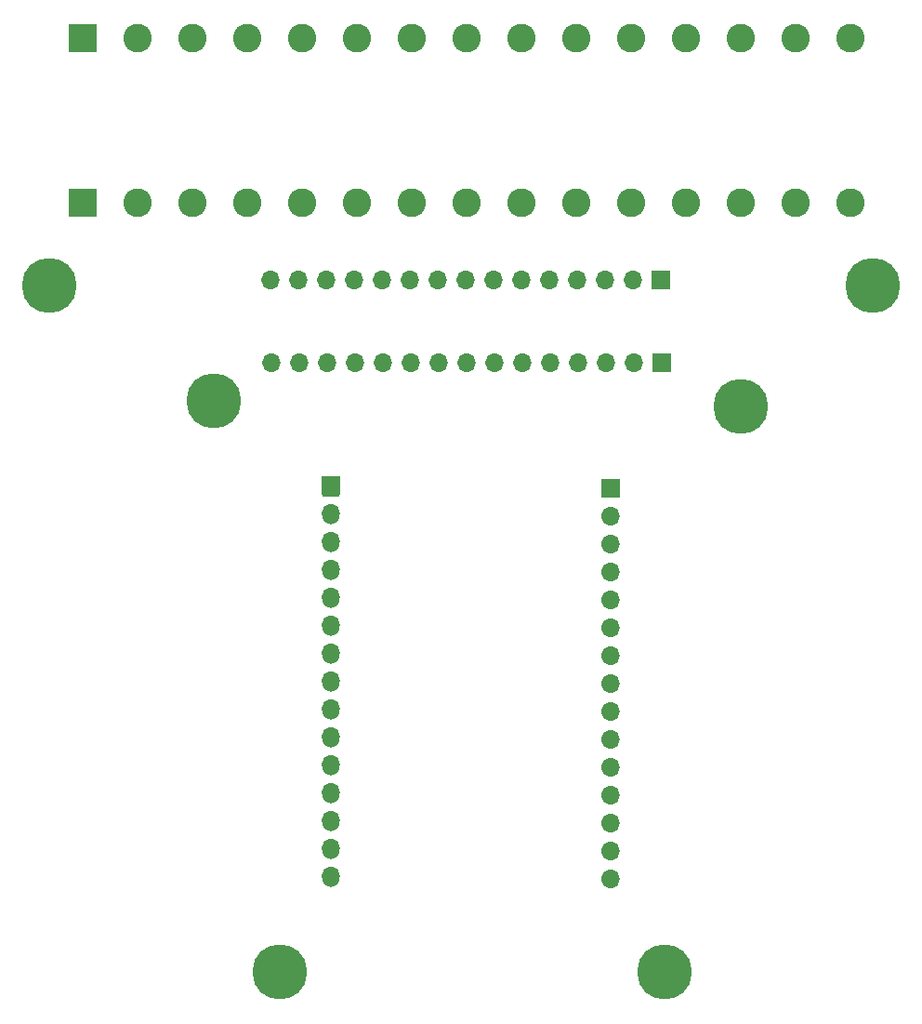
<source format=gbr>
%TF.GenerationSoftware,KiCad,Pcbnew,8.0.5*%
%TF.CreationDate,2025-02-15T20:25:57+11:00*%
%TF.ProjectId,hello_world,68656c6c-6f5f-4776-9f72-6c642e6b6963,1*%
%TF.SameCoordinates,Original*%
%TF.FileFunction,Soldermask,Bot*%
%TF.FilePolarity,Negative*%
%FSLAX46Y46*%
G04 Gerber Fmt 4.6, Leading zero omitted, Abs format (unit mm)*
G04 Created by KiCad (PCBNEW 8.0.5) date 2025-02-15 20:25:57*
%MOMM*%
%LPD*%
G01*
G04 APERTURE LIST*
%ADD10R,1.700000X1.700000*%
%ADD11O,1.700000X1.700000*%
%ADD12C,0.800000*%
%ADD13C,5.000000*%
%ADD14R,2.600000X2.600000*%
%ADD15C,2.600000*%
%ADD16R,1.524000X1.524000*%
%ADD17C,1.524000*%
G04 APERTURE END LIST*
D10*
%TO.C,J1*%
X136139095Y-115720093D03*
D11*
X136139095Y-118260093D03*
X136139095Y-120800093D03*
X136139095Y-123340093D03*
X136139095Y-125880093D03*
X136139095Y-128420093D03*
X136139095Y-130960093D03*
X136139095Y-133500093D03*
X136139095Y-136040093D03*
X136139095Y-138580093D03*
X136139095Y-141120093D03*
X136139095Y-143660093D03*
X136139095Y-146200093D03*
X136139095Y-148740093D03*
X136139095Y-151280093D03*
%TD*%
D10*
%TO.C,J2*%
X161639095Y-115920093D03*
D11*
X161639095Y-118460093D03*
X161639095Y-121000093D03*
X161639095Y-123540093D03*
X161639095Y-126080093D03*
X161639095Y-128620093D03*
X161639095Y-131160093D03*
X161639095Y-133700093D03*
X161639095Y-136240093D03*
X161639095Y-138780093D03*
X161639095Y-141320093D03*
X161639095Y-143860093D03*
X161639095Y-146400093D03*
X161639095Y-148940093D03*
X161639095Y-151480093D03*
%TD*%
D12*
%TO.C,REF\u002A\u002A*%
X164625000Y-160000000D03*
X165174175Y-158674175D03*
X165174175Y-161325825D03*
X166500000Y-158125000D03*
D13*
X166500000Y-160000000D03*
D12*
X166500000Y-161875000D03*
X167825825Y-158674175D03*
X167825825Y-161325825D03*
X168375000Y-160000000D03*
%TD*%
D10*
%TO.C,J3*%
X166160000Y-97000000D03*
D11*
X163620000Y-97000000D03*
X161080000Y-97000000D03*
X158540000Y-97000000D03*
X156000000Y-97000000D03*
X153460000Y-97000000D03*
X150920000Y-97000000D03*
X148380000Y-97000000D03*
X145840000Y-97000000D03*
X143300000Y-97000000D03*
X140760000Y-97000000D03*
X138220000Y-97000000D03*
X135680000Y-97000000D03*
X133140000Y-97000000D03*
X130600000Y-97000000D03*
%TD*%
D12*
%TO.C,REF\u002A\u002A*%
X171625000Y-108500000D03*
X172174175Y-107174175D03*
X172174175Y-109825825D03*
X173500000Y-106625000D03*
D13*
X173500000Y-108500000D03*
D12*
X173500000Y-110375000D03*
X174825825Y-107174175D03*
X174825825Y-109825825D03*
X175375000Y-108500000D03*
%TD*%
D14*
%TO.C,screwBottom1*%
X113500000Y-90000000D03*
D15*
X118500000Y-90000000D03*
X123500000Y-90000000D03*
X128500000Y-90000000D03*
X133500000Y-90000000D03*
X138500000Y-90000000D03*
X143500000Y-90000000D03*
X148500000Y-90000000D03*
X153500000Y-90000000D03*
X158500000Y-90000000D03*
X163500000Y-90000000D03*
X168500000Y-90000000D03*
X173500000Y-90000000D03*
X178500000Y-90000000D03*
X183500000Y-90000000D03*
%TD*%
D12*
%TO.C,REF\u002A\u002A*%
X123625000Y-108000000D03*
X124174175Y-106674175D03*
X124174175Y-109325825D03*
X125500000Y-106125000D03*
D13*
X125500000Y-108000000D03*
D12*
X125500000Y-109875000D03*
X126825825Y-106674175D03*
X126825825Y-109325825D03*
X127375000Y-108000000D03*
%TD*%
D14*
%TO.C,screwTop1*%
X113500000Y-75000000D03*
D15*
X118500000Y-75000000D03*
X123500000Y-75000000D03*
X128500000Y-75000000D03*
X133500000Y-75000000D03*
X138500000Y-75000000D03*
X143500000Y-75000000D03*
X148500000Y-75000000D03*
X153500000Y-75000000D03*
X158500000Y-75000000D03*
X163500000Y-75000000D03*
X168500000Y-75000000D03*
X173500000Y-75000000D03*
X178500000Y-75000000D03*
X183500000Y-75000000D03*
%TD*%
D12*
%TO.C,REF\u002A\u002A*%
X108625000Y-97500000D03*
X109174175Y-96174175D03*
X109174175Y-98825825D03*
X110500000Y-95625000D03*
D13*
X110500000Y-97500000D03*
D12*
X110500000Y-99375000D03*
X111825825Y-96174175D03*
X111825825Y-98825825D03*
X112375000Y-97500000D03*
%TD*%
%TO.C,REF\u002A\u002A*%
X129625000Y-160000000D03*
X130174175Y-158674175D03*
X130174175Y-161325825D03*
X131500000Y-158125000D03*
D13*
X131500000Y-160000000D03*
D12*
X131500000Y-161875000D03*
X132825825Y-158674175D03*
X132825825Y-161325825D03*
X133375000Y-160000000D03*
%TD*%
%TO.C,REF\u002A\u002A*%
X183625000Y-97500000D03*
X184174175Y-96174175D03*
X184174175Y-98825825D03*
X185500000Y-95625000D03*
D13*
X185500000Y-97500000D03*
D12*
X185500000Y-99375000D03*
X186825825Y-96174175D03*
X186825825Y-98825825D03*
X187375000Y-97500000D03*
%TD*%
D10*
%TO.C,J4*%
X166250000Y-104525000D03*
D11*
X163710000Y-104525000D03*
X161170000Y-104525000D03*
X158630000Y-104525000D03*
X156090000Y-104525000D03*
X153550000Y-104525000D03*
X151010000Y-104525000D03*
X148470000Y-104525000D03*
X145930000Y-104525000D03*
X143390000Y-104525000D03*
X140850000Y-104525000D03*
X138310000Y-104525000D03*
X135770000Y-104525000D03*
X133230000Y-104525000D03*
X130690000Y-104525000D03*
%TD*%
D16*
%TO.C,U1*%
X136139095Y-115920093D03*
D17*
X136139095Y-118460093D03*
X136139095Y-121000093D03*
X136139095Y-123540093D03*
X136139095Y-126080093D03*
X136139095Y-128620093D03*
X136139095Y-131160093D03*
X136139095Y-133700093D03*
X136139095Y-136240093D03*
X136139095Y-138780093D03*
X136139095Y-141320093D03*
X136139095Y-143860093D03*
X136139095Y-146400093D03*
X136139095Y-148940093D03*
X136139095Y-151480093D03*
X161539095Y-151480093D03*
X161539095Y-148940093D03*
X161539095Y-146400093D03*
X161539095Y-143860093D03*
X161539095Y-141320093D03*
X161539095Y-138780093D03*
X161539095Y-136240093D03*
X161539095Y-133700093D03*
X161539095Y-131160093D03*
X161539095Y-128620093D03*
X161539095Y-126080093D03*
X161539095Y-123540093D03*
X161539095Y-121000093D03*
X161539095Y-118460093D03*
X161539095Y-115920093D03*
%TD*%
M02*

</source>
